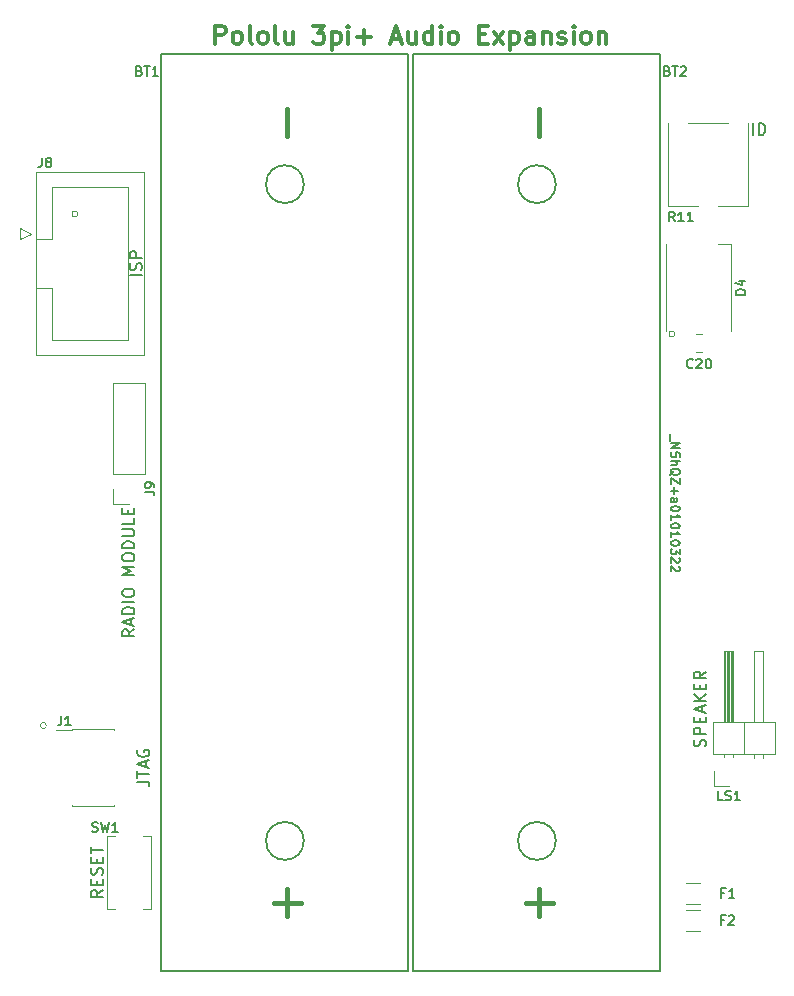
<source format=gto>
G04 #@! TF.GenerationSoftware,KiCad,Pcbnew,5.1.12-84ad8e8a86~92~ubuntu18.04.1*
G04 #@! TF.CreationDate,2022-01-20T14:35:06+01:00*
G04 #@! TF.ProjectId,pololu-3pi+-audio-expansion,706f6c6f-6c75-42d3-9370-692b2d617564,rev?*
G04 #@! TF.SameCoordinates,Original*
G04 #@! TF.FileFunction,Legend,Top*
G04 #@! TF.FilePolarity,Positive*
%FSLAX46Y46*%
G04 Gerber Fmt 4.6, Leading zero omitted, Abs format (unit mm)*
G04 Created by KiCad (PCBNEW 5.1.12-84ad8e8a86~92~ubuntu18.04.1) date 2022-01-20 14:35:06*
%MOMM*%
%LPD*%
G01*
G04 APERTURE LIST*
%ADD10C,0.152400*%
%ADD11C,0.304800*%
%ADD12C,0.120000*%
%ADD13C,0.150000*%
%ADD14C,0.400000*%
G04 APERTURE END LIST*
D10*
X54954714Y-38571714D02*
X54954714Y-39152285D01*
X55027285Y-39333714D02*
X55789285Y-39333714D01*
X55027285Y-39769142D01*
X55789285Y-39769142D01*
X55789285Y-40494857D02*
X55789285Y-40132000D01*
X55426428Y-40095714D01*
X55462714Y-40132000D01*
X55499000Y-40204571D01*
X55499000Y-40386000D01*
X55462714Y-40458571D01*
X55426428Y-40494857D01*
X55353857Y-40531142D01*
X55172428Y-40531142D01*
X55099857Y-40494857D01*
X55063571Y-40458571D01*
X55027285Y-40386000D01*
X55027285Y-40204571D01*
X55063571Y-40132000D01*
X55099857Y-40095714D01*
X55027285Y-40857714D02*
X55789285Y-40857714D01*
X55027285Y-41184285D02*
X55426428Y-41184285D01*
X55499000Y-41148000D01*
X55535285Y-41075428D01*
X55535285Y-40966571D01*
X55499000Y-40894000D01*
X55462714Y-40857714D01*
X54954714Y-42055142D02*
X54991000Y-41982571D01*
X55063571Y-41910000D01*
X55172428Y-41801142D01*
X55208714Y-41728571D01*
X55208714Y-41656000D01*
X55027285Y-41692285D02*
X55063571Y-41619714D01*
X55136142Y-41547142D01*
X55281285Y-41510857D01*
X55535285Y-41510857D01*
X55680428Y-41547142D01*
X55753000Y-41619714D01*
X55789285Y-41692285D01*
X55789285Y-41837428D01*
X55753000Y-41910000D01*
X55680428Y-41982571D01*
X55535285Y-42018857D01*
X55281285Y-42018857D01*
X55136142Y-41982571D01*
X55063571Y-41910000D01*
X55027285Y-41837428D01*
X55027285Y-41692285D01*
X55789285Y-42272857D02*
X55789285Y-42780857D01*
X55027285Y-42272857D01*
X55027285Y-42780857D01*
X55317571Y-43071142D02*
X55317571Y-43651714D01*
X55027285Y-43361428D02*
X55607857Y-43361428D01*
X55027285Y-44341142D02*
X55426428Y-44341142D01*
X55499000Y-44304857D01*
X55535285Y-44232285D01*
X55535285Y-44087142D01*
X55499000Y-44014571D01*
X55063571Y-44341142D02*
X55027285Y-44268571D01*
X55027285Y-44087142D01*
X55063571Y-44014571D01*
X55136142Y-43978285D01*
X55208714Y-43978285D01*
X55281285Y-44014571D01*
X55317571Y-44087142D01*
X55317571Y-44268571D01*
X55353857Y-44341142D01*
X55789285Y-44849142D02*
X55789285Y-44921714D01*
X55753000Y-44994285D01*
X55716714Y-45030571D01*
X55644142Y-45066857D01*
X55499000Y-45103142D01*
X55317571Y-45103142D01*
X55172428Y-45066857D01*
X55099857Y-45030571D01*
X55063571Y-44994285D01*
X55027285Y-44921714D01*
X55027285Y-44849142D01*
X55063571Y-44776571D01*
X55099857Y-44740285D01*
X55172428Y-44704000D01*
X55317571Y-44667714D01*
X55499000Y-44667714D01*
X55644142Y-44704000D01*
X55716714Y-44740285D01*
X55753000Y-44776571D01*
X55789285Y-44849142D01*
X55027285Y-45828857D02*
X55027285Y-45393428D01*
X55027285Y-45611142D02*
X55789285Y-45611142D01*
X55680428Y-45538571D01*
X55607857Y-45466000D01*
X55571571Y-45393428D01*
X55789285Y-46300571D02*
X55789285Y-46373142D01*
X55753000Y-46445714D01*
X55716714Y-46482000D01*
X55644142Y-46518285D01*
X55499000Y-46554571D01*
X55317571Y-46554571D01*
X55172428Y-46518285D01*
X55099857Y-46482000D01*
X55063571Y-46445714D01*
X55027285Y-46373142D01*
X55027285Y-46300571D01*
X55063571Y-46228000D01*
X55099857Y-46191714D01*
X55172428Y-46155428D01*
X55317571Y-46119142D01*
X55499000Y-46119142D01*
X55644142Y-46155428D01*
X55716714Y-46191714D01*
X55753000Y-46228000D01*
X55789285Y-46300571D01*
X55027285Y-47280285D02*
X55027285Y-46844857D01*
X55027285Y-47062571D02*
X55789285Y-47062571D01*
X55680428Y-46990000D01*
X55607857Y-46917428D01*
X55571571Y-46844857D01*
X55789285Y-47752000D02*
X55789285Y-47824571D01*
X55753000Y-47897142D01*
X55716714Y-47933428D01*
X55644142Y-47969714D01*
X55499000Y-48006000D01*
X55317571Y-48006000D01*
X55172428Y-47969714D01*
X55099857Y-47933428D01*
X55063571Y-47897142D01*
X55027285Y-47824571D01*
X55027285Y-47752000D01*
X55063571Y-47679428D01*
X55099857Y-47643142D01*
X55172428Y-47606857D01*
X55317571Y-47570571D01*
X55499000Y-47570571D01*
X55644142Y-47606857D01*
X55716714Y-47643142D01*
X55753000Y-47679428D01*
X55789285Y-47752000D01*
X55789285Y-48260000D02*
X55789285Y-48731714D01*
X55499000Y-48477714D01*
X55499000Y-48586571D01*
X55462714Y-48659142D01*
X55426428Y-48695428D01*
X55353857Y-48731714D01*
X55172428Y-48731714D01*
X55099857Y-48695428D01*
X55063571Y-48659142D01*
X55027285Y-48586571D01*
X55027285Y-48368857D01*
X55063571Y-48296285D01*
X55099857Y-48260000D01*
X55716714Y-49021999D02*
X55753000Y-49058285D01*
X55789285Y-49130857D01*
X55789285Y-49312285D01*
X55753000Y-49384857D01*
X55716714Y-49421142D01*
X55644142Y-49457428D01*
X55571571Y-49457428D01*
X55462714Y-49421142D01*
X55027285Y-48985714D01*
X55027285Y-49457428D01*
X55716714Y-49747714D02*
X55753000Y-49783999D01*
X55789285Y-49856571D01*
X55789285Y-50037999D01*
X55753000Y-50110571D01*
X55716714Y-50146857D01*
X55644142Y-50183142D01*
X55571571Y-50183142D01*
X55462714Y-50146857D01*
X55027285Y-49711428D01*
X55027285Y-50183142D01*
D11*
X16473714Y-5515428D02*
X16473714Y-3991428D01*
X17054285Y-3991428D01*
X17199428Y-4064000D01*
X17272000Y-4136571D01*
X17344571Y-4281714D01*
X17344571Y-4499428D01*
X17272000Y-4644571D01*
X17199428Y-4717142D01*
X17054285Y-4789714D01*
X16473714Y-4789714D01*
X18215428Y-5515428D02*
X18070285Y-5442857D01*
X17997714Y-5370285D01*
X17925142Y-5225142D01*
X17925142Y-4789714D01*
X17997714Y-4644571D01*
X18070285Y-4572000D01*
X18215428Y-4499428D01*
X18433142Y-4499428D01*
X18578285Y-4572000D01*
X18650857Y-4644571D01*
X18723428Y-4789714D01*
X18723428Y-5225142D01*
X18650857Y-5370285D01*
X18578285Y-5442857D01*
X18433142Y-5515428D01*
X18215428Y-5515428D01*
X19594285Y-5515428D02*
X19449142Y-5442857D01*
X19376571Y-5297714D01*
X19376571Y-3991428D01*
X20392571Y-5515428D02*
X20247428Y-5442857D01*
X20174857Y-5370285D01*
X20102285Y-5225142D01*
X20102285Y-4789714D01*
X20174857Y-4644571D01*
X20247428Y-4572000D01*
X20392571Y-4499428D01*
X20610285Y-4499428D01*
X20755428Y-4572000D01*
X20828000Y-4644571D01*
X20900571Y-4789714D01*
X20900571Y-5225142D01*
X20828000Y-5370285D01*
X20755428Y-5442857D01*
X20610285Y-5515428D01*
X20392571Y-5515428D01*
X21771428Y-5515428D02*
X21626285Y-5442857D01*
X21553714Y-5297714D01*
X21553714Y-3991428D01*
X23005142Y-4499428D02*
X23005142Y-5515428D01*
X22352000Y-4499428D02*
X22352000Y-5297714D01*
X22424571Y-5442857D01*
X22569714Y-5515428D01*
X22787428Y-5515428D01*
X22932571Y-5442857D01*
X23005142Y-5370285D01*
X24746857Y-3991428D02*
X25690285Y-3991428D01*
X25182285Y-4572000D01*
X25400000Y-4572000D01*
X25545142Y-4644571D01*
X25617714Y-4717142D01*
X25690285Y-4862285D01*
X25690285Y-5225142D01*
X25617714Y-5370285D01*
X25545142Y-5442857D01*
X25400000Y-5515428D01*
X24964571Y-5515428D01*
X24819428Y-5442857D01*
X24746857Y-5370285D01*
X26343428Y-4499428D02*
X26343428Y-6023428D01*
X26343428Y-4572000D02*
X26488571Y-4499428D01*
X26778857Y-4499428D01*
X26924000Y-4572000D01*
X26996571Y-4644571D01*
X27069142Y-4789714D01*
X27069142Y-5225142D01*
X26996571Y-5370285D01*
X26924000Y-5442857D01*
X26778857Y-5515428D01*
X26488571Y-5515428D01*
X26343428Y-5442857D01*
X27722285Y-5515428D02*
X27722285Y-4499428D01*
X27722285Y-3991428D02*
X27649714Y-4064000D01*
X27722285Y-4136571D01*
X27794857Y-4064000D01*
X27722285Y-3991428D01*
X27722285Y-4136571D01*
X28448000Y-4934857D02*
X29609142Y-4934857D01*
X29028571Y-5515428D02*
X29028571Y-4354285D01*
X31423428Y-5080000D02*
X32149142Y-5080000D01*
X31278285Y-5515428D02*
X31786285Y-3991428D01*
X32294285Y-5515428D01*
X33455428Y-4499428D02*
X33455428Y-5515428D01*
X32802285Y-4499428D02*
X32802285Y-5297714D01*
X32874857Y-5442857D01*
X33020000Y-5515428D01*
X33237714Y-5515428D01*
X33382857Y-5442857D01*
X33455428Y-5370285D01*
X34834285Y-5515428D02*
X34834285Y-3991428D01*
X34834285Y-5442857D02*
X34689142Y-5515428D01*
X34398857Y-5515428D01*
X34253714Y-5442857D01*
X34181142Y-5370285D01*
X34108571Y-5225142D01*
X34108571Y-4789714D01*
X34181142Y-4644571D01*
X34253714Y-4572000D01*
X34398857Y-4499428D01*
X34689142Y-4499428D01*
X34834285Y-4572000D01*
X35560000Y-5515428D02*
X35560000Y-4499428D01*
X35560000Y-3991428D02*
X35487428Y-4064000D01*
X35560000Y-4136571D01*
X35632571Y-4064000D01*
X35560000Y-3991428D01*
X35560000Y-4136571D01*
X36503428Y-5515428D02*
X36358285Y-5442857D01*
X36285714Y-5370285D01*
X36213142Y-5225142D01*
X36213142Y-4789714D01*
X36285714Y-4644571D01*
X36358285Y-4572000D01*
X36503428Y-4499428D01*
X36721142Y-4499428D01*
X36866285Y-4572000D01*
X36938857Y-4644571D01*
X37011428Y-4789714D01*
X37011428Y-5225142D01*
X36938857Y-5370285D01*
X36866285Y-5442857D01*
X36721142Y-5515428D01*
X36503428Y-5515428D01*
X38825714Y-4717142D02*
X39333714Y-4717142D01*
X39551428Y-5515428D02*
X38825714Y-5515428D01*
X38825714Y-3991428D01*
X39551428Y-3991428D01*
X40059428Y-5515428D02*
X40857714Y-4499428D01*
X40059428Y-4499428D02*
X40857714Y-5515428D01*
X41438285Y-4499428D02*
X41438285Y-6023428D01*
X41438285Y-4572000D02*
X41583428Y-4499428D01*
X41873714Y-4499428D01*
X42018857Y-4572000D01*
X42091428Y-4644571D01*
X42164000Y-4789714D01*
X42164000Y-5225142D01*
X42091428Y-5370285D01*
X42018857Y-5442857D01*
X41873714Y-5515428D01*
X41583428Y-5515428D01*
X41438285Y-5442857D01*
X43470285Y-5515428D02*
X43470285Y-4717142D01*
X43397714Y-4572000D01*
X43252571Y-4499428D01*
X42962285Y-4499428D01*
X42817142Y-4572000D01*
X43470285Y-5442857D02*
X43325142Y-5515428D01*
X42962285Y-5515428D01*
X42817142Y-5442857D01*
X42744571Y-5297714D01*
X42744571Y-5152571D01*
X42817142Y-5007428D01*
X42962285Y-4934857D01*
X43325142Y-4934857D01*
X43470285Y-4862285D01*
X44196000Y-4499428D02*
X44196000Y-5515428D01*
X44196000Y-4644571D02*
X44268571Y-4572000D01*
X44413714Y-4499428D01*
X44631428Y-4499428D01*
X44776571Y-4572000D01*
X44849142Y-4717142D01*
X44849142Y-5515428D01*
X45502285Y-5442857D02*
X45647428Y-5515428D01*
X45937714Y-5515428D01*
X46082857Y-5442857D01*
X46155428Y-5297714D01*
X46155428Y-5225142D01*
X46082857Y-5080000D01*
X45937714Y-5007428D01*
X45720000Y-5007428D01*
X45574857Y-4934857D01*
X45502285Y-4789714D01*
X45502285Y-4717142D01*
X45574857Y-4572000D01*
X45720000Y-4499428D01*
X45937714Y-4499428D01*
X46082857Y-4572000D01*
X46808571Y-5515428D02*
X46808571Y-4499428D01*
X46808571Y-3991428D02*
X46736000Y-4064000D01*
X46808571Y-4136571D01*
X46881142Y-4064000D01*
X46808571Y-3991428D01*
X46808571Y-4136571D01*
X47752000Y-5515428D02*
X47606857Y-5442857D01*
X47534285Y-5370285D01*
X47461714Y-5225142D01*
X47461714Y-4789714D01*
X47534285Y-4644571D01*
X47606857Y-4572000D01*
X47752000Y-4499428D01*
X47969714Y-4499428D01*
X48114857Y-4572000D01*
X48187428Y-4644571D01*
X48260000Y-4789714D01*
X48260000Y-5225142D01*
X48187428Y-5370285D01*
X48114857Y-5442857D01*
X47969714Y-5515428D01*
X47752000Y-5515428D01*
X48913142Y-4499428D02*
X48913142Y-5515428D01*
X48913142Y-4644571D02*
X48985714Y-4572000D01*
X49130857Y-4499428D01*
X49348571Y-4499428D01*
X49493714Y-4572000D01*
X49566285Y-4717142D01*
X49566285Y-5515428D01*
D10*
X61976000Y-12240380D02*
X61976000Y-13256380D01*
X62459809Y-12240380D02*
X62459809Y-13256380D01*
X62701714Y-13256380D01*
X62846857Y-13208000D01*
X62943619Y-13111238D01*
X62992000Y-13014476D01*
X63040380Y-12820952D01*
X63040380Y-12675809D01*
X62992000Y-12482285D01*
X62943619Y-12385523D01*
X62846857Y-12288761D01*
X62701714Y-12240380D01*
X62459809Y-12240380D01*
X9603619Y-55105904D02*
X9119809Y-55444571D01*
X9603619Y-55686476D02*
X8587619Y-55686476D01*
X8587619Y-55299428D01*
X8636000Y-55202666D01*
X8684380Y-55154285D01*
X8781142Y-55105904D01*
X8926285Y-55105904D01*
X9023047Y-55154285D01*
X9071428Y-55202666D01*
X9119809Y-55299428D01*
X9119809Y-55686476D01*
X9313333Y-54718857D02*
X9313333Y-54235047D01*
X9603619Y-54815619D02*
X8587619Y-54476952D01*
X9603619Y-54138285D01*
X9603619Y-53799619D02*
X8587619Y-53799619D01*
X8587619Y-53557714D01*
X8636000Y-53412571D01*
X8732761Y-53315809D01*
X8829523Y-53267428D01*
X9023047Y-53219047D01*
X9168190Y-53219047D01*
X9361714Y-53267428D01*
X9458476Y-53315809D01*
X9555238Y-53412571D01*
X9603619Y-53557714D01*
X9603619Y-53799619D01*
X9603619Y-52783619D02*
X8587619Y-52783619D01*
X8587619Y-52106285D02*
X8587619Y-51912761D01*
X8636000Y-51816000D01*
X8732761Y-51719238D01*
X8926285Y-51670857D01*
X9264952Y-51670857D01*
X9458476Y-51719238D01*
X9555238Y-51816000D01*
X9603619Y-51912761D01*
X9603619Y-52106285D01*
X9555238Y-52203047D01*
X9458476Y-52299809D01*
X9264952Y-52348190D01*
X8926285Y-52348190D01*
X8732761Y-52299809D01*
X8636000Y-52203047D01*
X8587619Y-52106285D01*
X9603619Y-50461333D02*
X8587619Y-50461333D01*
X9313333Y-50122666D01*
X8587619Y-49784000D01*
X9603619Y-49784000D01*
X8587619Y-49106666D02*
X8587619Y-48913142D01*
X8636000Y-48816380D01*
X8732761Y-48719619D01*
X8926285Y-48671238D01*
X9264952Y-48671238D01*
X9458476Y-48719619D01*
X9555238Y-48816380D01*
X9603619Y-48913142D01*
X9603619Y-49106666D01*
X9555238Y-49203428D01*
X9458476Y-49300190D01*
X9264952Y-49348571D01*
X8926285Y-49348571D01*
X8732761Y-49300190D01*
X8636000Y-49203428D01*
X8587619Y-49106666D01*
X9603619Y-48235809D02*
X8587619Y-48235809D01*
X8587619Y-47993904D01*
X8636000Y-47848761D01*
X8732761Y-47752000D01*
X8829523Y-47703619D01*
X9023047Y-47655238D01*
X9168190Y-47655238D01*
X9361714Y-47703619D01*
X9458476Y-47752000D01*
X9555238Y-47848761D01*
X9603619Y-47993904D01*
X9603619Y-48235809D01*
X8587619Y-47219809D02*
X9410095Y-47219809D01*
X9506857Y-47171428D01*
X9555238Y-47123047D01*
X9603619Y-47026285D01*
X9603619Y-46832761D01*
X9555238Y-46736000D01*
X9506857Y-46687619D01*
X9410095Y-46639238D01*
X8587619Y-46639238D01*
X9603619Y-45671619D02*
X9603619Y-46155428D01*
X8587619Y-46155428D01*
X9071428Y-45332952D02*
X9071428Y-44994285D01*
X9603619Y-44849142D02*
X9603619Y-45332952D01*
X8587619Y-45332952D01*
X8587619Y-44849142D01*
X10238619Y-25121809D02*
X9222619Y-25121809D01*
X10190238Y-24686380D02*
X10238619Y-24541238D01*
X10238619Y-24299333D01*
X10190238Y-24202571D01*
X10141857Y-24154190D01*
X10045095Y-24105809D01*
X9948333Y-24105809D01*
X9851571Y-24154190D01*
X9803190Y-24202571D01*
X9754809Y-24299333D01*
X9706428Y-24492857D01*
X9658047Y-24589619D01*
X9609666Y-24638000D01*
X9512904Y-24686380D01*
X9416142Y-24686380D01*
X9319380Y-24638000D01*
X9271000Y-24589619D01*
X9222619Y-24492857D01*
X9222619Y-24250952D01*
X9271000Y-24105809D01*
X10238619Y-23670380D02*
X9222619Y-23670380D01*
X9222619Y-23283333D01*
X9271000Y-23186571D01*
X9319380Y-23138190D01*
X9416142Y-23089809D01*
X9561285Y-23089809D01*
X9658047Y-23138190D01*
X9706428Y-23186571D01*
X9754809Y-23283333D01*
X9754809Y-23670380D01*
D12*
X55372000Y-30099000D02*
G75*
G03*
X55372000Y-30099000I-254000J0D01*
G01*
D10*
X57942238Y-65017952D02*
X57990619Y-64872809D01*
X57990619Y-64630904D01*
X57942238Y-64534142D01*
X57893857Y-64485761D01*
X57797095Y-64437380D01*
X57700333Y-64437380D01*
X57603571Y-64485761D01*
X57555190Y-64534142D01*
X57506809Y-64630904D01*
X57458428Y-64824428D01*
X57410047Y-64921190D01*
X57361666Y-64969571D01*
X57264904Y-65017952D01*
X57168142Y-65017952D01*
X57071380Y-64969571D01*
X57023000Y-64921190D01*
X56974619Y-64824428D01*
X56974619Y-64582523D01*
X57023000Y-64437380D01*
X57990619Y-64001952D02*
X56974619Y-64001952D01*
X56974619Y-63614904D01*
X57023000Y-63518142D01*
X57071380Y-63469761D01*
X57168142Y-63421380D01*
X57313285Y-63421380D01*
X57410047Y-63469761D01*
X57458428Y-63518142D01*
X57506809Y-63614904D01*
X57506809Y-64001952D01*
X57458428Y-62985952D02*
X57458428Y-62647285D01*
X57990619Y-62502142D02*
X57990619Y-62985952D01*
X56974619Y-62985952D01*
X56974619Y-62502142D01*
X57700333Y-62115095D02*
X57700333Y-61631285D01*
X57990619Y-62211857D02*
X56974619Y-61873190D01*
X57990619Y-61534523D01*
X57990619Y-61195857D02*
X56974619Y-61195857D01*
X57990619Y-60615285D02*
X57410047Y-61050714D01*
X56974619Y-60615285D02*
X57555190Y-61195857D01*
X57458428Y-60179857D02*
X57458428Y-59841190D01*
X57990619Y-59696047D02*
X57990619Y-60179857D01*
X56974619Y-60179857D01*
X56974619Y-59696047D01*
X57990619Y-58680047D02*
X57506809Y-59018714D01*
X57990619Y-59260619D02*
X56974619Y-59260619D01*
X56974619Y-58873571D01*
X57023000Y-58776809D01*
X57071380Y-58728428D01*
X57168142Y-58680047D01*
X57313285Y-58680047D01*
X57410047Y-58728428D01*
X57458428Y-58776809D01*
X57506809Y-58873571D01*
X57506809Y-59260619D01*
D12*
X4826000Y-19939000D02*
G75*
G03*
X4826000Y-19939000I-254000J0D01*
G01*
X2159000Y-63246000D02*
G75*
G03*
X2159000Y-63246000I-254000J0D01*
G01*
D10*
X9857619Y-67987333D02*
X10583333Y-67987333D01*
X10728476Y-68035714D01*
X10825238Y-68132476D01*
X10873619Y-68277619D01*
X10873619Y-68374380D01*
X9857619Y-67648666D02*
X9857619Y-67068095D01*
X10873619Y-67358380D02*
X9857619Y-67358380D01*
X10583333Y-66777809D02*
X10583333Y-66294000D01*
X10873619Y-66874571D02*
X9857619Y-66535904D01*
X10873619Y-66197238D01*
X9906000Y-65326380D02*
X9857619Y-65423142D01*
X9857619Y-65568285D01*
X9906000Y-65713428D01*
X10002761Y-65810190D01*
X10099523Y-65858571D01*
X10293047Y-65906952D01*
X10438190Y-65906952D01*
X10631714Y-65858571D01*
X10728476Y-65810190D01*
X10825238Y-65713428D01*
X10873619Y-65568285D01*
X10873619Y-65471523D01*
X10825238Y-65326380D01*
X10776857Y-65278000D01*
X10438190Y-65278000D01*
X10438190Y-65471523D01*
X6936619Y-77167619D02*
X6452809Y-77506285D01*
X6936619Y-77748190D02*
X5920619Y-77748190D01*
X5920619Y-77361142D01*
X5969000Y-77264380D01*
X6017380Y-77216000D01*
X6114142Y-77167619D01*
X6259285Y-77167619D01*
X6356047Y-77216000D01*
X6404428Y-77264380D01*
X6452809Y-77361142D01*
X6452809Y-77748190D01*
X6404428Y-76732190D02*
X6404428Y-76393523D01*
X6936619Y-76248380D02*
X6936619Y-76732190D01*
X5920619Y-76732190D01*
X5920619Y-76248380D01*
X6888238Y-75861333D02*
X6936619Y-75716190D01*
X6936619Y-75474285D01*
X6888238Y-75377523D01*
X6839857Y-75329142D01*
X6743095Y-75280761D01*
X6646333Y-75280761D01*
X6549571Y-75329142D01*
X6501190Y-75377523D01*
X6452809Y-75474285D01*
X6404428Y-75667809D01*
X6356047Y-75764571D01*
X6307666Y-75812952D01*
X6210904Y-75861333D01*
X6114142Y-75861333D01*
X6017380Y-75812952D01*
X5969000Y-75764571D01*
X5920619Y-75667809D01*
X5920619Y-75425904D01*
X5969000Y-75280761D01*
X6404428Y-74845333D02*
X6404428Y-74506666D01*
X6936619Y-74361523D02*
X6936619Y-74845333D01*
X5920619Y-74845333D01*
X5920619Y-74361523D01*
X5920619Y-74071238D02*
X5920619Y-73490666D01*
X6936619Y-73780952D02*
X5920619Y-73780952D01*
D12*
X61521000Y-12228000D02*
X61521000Y-19268000D01*
X54811000Y-12228000D02*
X54811000Y-19268000D01*
X59001000Y-19268000D02*
X61521000Y-19268000D01*
X54811000Y-19268000D02*
X57331000Y-19268000D01*
X56461000Y-12228000D02*
X59871000Y-12228000D01*
X9144000Y-44510000D02*
X7814000Y-44510000D01*
X7814000Y-44510000D02*
X7814000Y-43180000D01*
X7814000Y-41910000D02*
X7814000Y-34230000D01*
X10474000Y-34230000D02*
X7814000Y-34230000D01*
X10474000Y-41910000D02*
X10474000Y-34230000D01*
X10474000Y-41910000D02*
X7814000Y-41910000D01*
X7294000Y-72592000D02*
X7944000Y-72592000D01*
X10994000Y-72592000D02*
X10344000Y-72592000D01*
X10344000Y-78792000D02*
X10994000Y-78792000D01*
X7294000Y-78792000D02*
X7944000Y-78792000D01*
X7294000Y-72592000D02*
X7294000Y-78792000D01*
X10994000Y-78792000D02*
X10994000Y-72592000D01*
D13*
X23952000Y-73017000D02*
G75*
G03*
X23952000Y-73017000I-1600000J0D01*
G01*
X32802000Y-6362000D02*
X32802000Y-84062000D01*
X11902000Y-84062000D02*
X32802000Y-84062000D01*
X11902000Y-6362000D02*
X11902000Y-84062000D01*
X11902000Y-6362000D02*
X32802000Y-6362000D01*
X23952000Y-17407000D02*
G75*
G03*
X23952000Y-17407000I-1600000J0D01*
G01*
X45288000Y-17407000D02*
G75*
G03*
X45288000Y-17407000I-1600000J0D01*
G01*
X33238000Y-6362000D02*
X54138000Y-6362000D01*
X33238000Y-6362000D02*
X33238000Y-84062000D01*
X33238000Y-84062000D02*
X54138000Y-84062000D01*
X54138000Y-6362000D02*
X54138000Y-84062000D01*
X45288000Y-73017000D02*
G75*
G03*
X45288000Y-73017000I-1600000J0D01*
G01*
D12*
X57142748Y-31596000D02*
X57665252Y-31596000D01*
X57142748Y-30126000D02*
X57665252Y-30126000D01*
X60154000Y-22512000D02*
X59004000Y-22512000D01*
X60154000Y-29812000D02*
X60154000Y-22512000D01*
X54654000Y-29812000D02*
X54654000Y-22512000D01*
X56293936Y-76560000D02*
X57498064Y-76560000D01*
X56293936Y-78380000D02*
X57498064Y-78380000D01*
X56293936Y-80666000D02*
X57498064Y-80666000D01*
X56293936Y-78846000D02*
X57498064Y-78846000D01*
X7861000Y-69972000D02*
X7861000Y-70037000D01*
X4331000Y-69972000D02*
X4331000Y-70037000D01*
X7861000Y-63567000D02*
X7861000Y-63632000D01*
X4331000Y-63567000D02*
X4331000Y-63632000D01*
X3006000Y-63632000D02*
X4331000Y-63632000D01*
X4331000Y-70037000D02*
X7861000Y-70037000D01*
X4331000Y-63567000D02*
X7861000Y-63567000D01*
X-108000Y-22090000D02*
X892000Y-21590000D01*
X-108000Y-21090000D02*
X-108000Y-22090000D01*
X892000Y-21590000D02*
X-108000Y-21090000D01*
X2592000Y-26180000D02*
X1282000Y-26180000D01*
X2592000Y-26180000D02*
X2592000Y-26180000D01*
X2592000Y-30580000D02*
X2592000Y-26180000D01*
X9092000Y-30580000D02*
X2592000Y-30580000D01*
X9092000Y-17680000D02*
X9092000Y-30580000D01*
X2592000Y-17680000D02*
X9092000Y-17680000D01*
X2592000Y-22080000D02*
X2592000Y-17680000D01*
X1282000Y-22080000D02*
X2592000Y-22080000D01*
X1282000Y-31880000D02*
X1282000Y-16380000D01*
X10402000Y-31880000D02*
X1282000Y-31880000D01*
X10402000Y-16380000D02*
X10402000Y-31880000D01*
X1282000Y-16380000D02*
X10402000Y-16380000D01*
X58674000Y-68326000D02*
X58674000Y-67056000D01*
X59944000Y-68326000D02*
X58674000Y-68326000D01*
X62864000Y-66013071D02*
X62864000Y-65616000D01*
X62104000Y-66013071D02*
X62104000Y-65616000D01*
X62864000Y-56956000D02*
X62864000Y-62956000D01*
X62104000Y-56956000D02*
X62864000Y-56956000D01*
X62104000Y-62956000D02*
X62104000Y-56956000D01*
X61214000Y-65616000D02*
X61214000Y-62956000D01*
X60324000Y-65946000D02*
X60324000Y-65616000D01*
X59564000Y-65946000D02*
X59564000Y-65616000D01*
X60224000Y-62956000D02*
X60224000Y-56956000D01*
X60104000Y-62956000D02*
X60104000Y-56956000D01*
X59984000Y-62956000D02*
X59984000Y-56956000D01*
X59864000Y-62956000D02*
X59864000Y-56956000D01*
X59744000Y-62956000D02*
X59744000Y-56956000D01*
X59624000Y-62956000D02*
X59624000Y-56956000D01*
X60324000Y-56956000D02*
X60324000Y-62956000D01*
X59564000Y-56956000D02*
X60324000Y-56956000D01*
X59564000Y-62956000D02*
X59564000Y-56956000D01*
X58614000Y-62956000D02*
X58614000Y-65616000D01*
X63814000Y-62956000D02*
X58614000Y-62956000D01*
X63814000Y-65616000D02*
X63814000Y-62956000D01*
X58614000Y-65616000D02*
X63814000Y-65616000D01*
D10*
X55357485Y-20560695D02*
X55086552Y-20173647D01*
X54893028Y-20560695D02*
X54893028Y-19747895D01*
X55202666Y-19747895D01*
X55280076Y-19786600D01*
X55318780Y-19825304D01*
X55357485Y-19902714D01*
X55357485Y-20018828D01*
X55318780Y-20096238D01*
X55280076Y-20134942D01*
X55202666Y-20173647D01*
X54893028Y-20173647D01*
X56131580Y-20560695D02*
X55667123Y-20560695D01*
X55899352Y-20560695D02*
X55899352Y-19747895D01*
X55821942Y-19864009D01*
X55744533Y-19941419D01*
X55667123Y-19980123D01*
X56905676Y-20560695D02*
X56441219Y-20560695D01*
X56673447Y-20560695D02*
X56673447Y-19747895D01*
X56596038Y-19864009D01*
X56518628Y-19941419D01*
X56441219Y-19980123D01*
X10476895Y-43450933D02*
X11057466Y-43450933D01*
X11173580Y-43489638D01*
X11250990Y-43567047D01*
X11289695Y-43683161D01*
X11289695Y-43760571D01*
X11289695Y-43025180D02*
X11289695Y-42870361D01*
X11250990Y-42792952D01*
X11212285Y-42754247D01*
X11096171Y-42676838D01*
X10941352Y-42638133D01*
X10631714Y-42638133D01*
X10554304Y-42676838D01*
X10515600Y-42715542D01*
X10476895Y-42792952D01*
X10476895Y-42947771D01*
X10515600Y-43025180D01*
X10554304Y-43063885D01*
X10631714Y-43102590D01*
X10825238Y-43102590D01*
X10902647Y-43063885D01*
X10941352Y-43025180D01*
X10980057Y-42947771D01*
X10980057Y-42792952D01*
X10941352Y-42715542D01*
X10902647Y-42676838D01*
X10825238Y-42638133D01*
X6028266Y-72210990D02*
X6144380Y-72249695D01*
X6337904Y-72249695D01*
X6415314Y-72210990D01*
X6454019Y-72172285D01*
X6492723Y-72094876D01*
X6492723Y-72017466D01*
X6454019Y-71940057D01*
X6415314Y-71901352D01*
X6337904Y-71862647D01*
X6183085Y-71823942D01*
X6105676Y-71785238D01*
X6066971Y-71746533D01*
X6028266Y-71669123D01*
X6028266Y-71591714D01*
X6066971Y-71514304D01*
X6105676Y-71475600D01*
X6183085Y-71436895D01*
X6376609Y-71436895D01*
X6492723Y-71475600D01*
X6763657Y-71436895D02*
X6957180Y-72249695D01*
X7112000Y-71669123D01*
X7266819Y-72249695D01*
X7460342Y-71436895D01*
X8195733Y-72249695D02*
X7731276Y-72249695D01*
X7963504Y-72249695D02*
X7963504Y-71436895D01*
X7886095Y-71553009D01*
X7808685Y-71630419D01*
X7731276Y-71669123D01*
X10029371Y-7815942D02*
X10145485Y-7854647D01*
X10184190Y-7893352D01*
X10222895Y-7970761D01*
X10222895Y-8086876D01*
X10184190Y-8164285D01*
X10145485Y-8202990D01*
X10068076Y-8241695D01*
X9758438Y-8241695D01*
X9758438Y-7428895D01*
X10029371Y-7428895D01*
X10106780Y-7467600D01*
X10145485Y-7506304D01*
X10184190Y-7583714D01*
X10184190Y-7661123D01*
X10145485Y-7738533D01*
X10106780Y-7777238D01*
X10029371Y-7815942D01*
X9758438Y-7815942D01*
X10455123Y-7428895D02*
X10919580Y-7428895D01*
X10687352Y-8241695D02*
X10687352Y-7428895D01*
X11616266Y-8241695D02*
X11151809Y-8241695D01*
X11384038Y-8241695D02*
X11384038Y-7428895D01*
X11306628Y-7545009D01*
X11229219Y-7622419D01*
X11151809Y-7661123D01*
D14*
X22566285Y-13334857D02*
X22566285Y-11049142D01*
X22566285Y-79374857D02*
X22566285Y-77089142D01*
X23709142Y-78232000D02*
X21423428Y-78232000D01*
D10*
X54733371Y-7815942D02*
X54849485Y-7854647D01*
X54888190Y-7893352D01*
X54926895Y-7970761D01*
X54926895Y-8086876D01*
X54888190Y-8164285D01*
X54849485Y-8202990D01*
X54772076Y-8241695D01*
X54462438Y-8241695D01*
X54462438Y-7428895D01*
X54733371Y-7428895D01*
X54810780Y-7467600D01*
X54849485Y-7506304D01*
X54888190Y-7583714D01*
X54888190Y-7661123D01*
X54849485Y-7738533D01*
X54810780Y-7777238D01*
X54733371Y-7815942D01*
X54462438Y-7815942D01*
X55159123Y-7428895D02*
X55623580Y-7428895D01*
X55391352Y-8241695D02*
X55391352Y-7428895D01*
X55855809Y-7506304D02*
X55894514Y-7467600D01*
X55971923Y-7428895D01*
X56165447Y-7428895D01*
X56242857Y-7467600D01*
X56281561Y-7506304D01*
X56320266Y-7583714D01*
X56320266Y-7661123D01*
X56281561Y-7777238D01*
X55817104Y-8241695D01*
X56320266Y-8241695D01*
D14*
X43902285Y-79374857D02*
X43902285Y-77089142D01*
X45045142Y-78232000D02*
X42759428Y-78232000D01*
X43902285Y-13334857D02*
X43902285Y-11049142D01*
D10*
X56881485Y-32929285D02*
X56842780Y-32967990D01*
X56726666Y-33006695D01*
X56649257Y-33006695D01*
X56533142Y-32967990D01*
X56455733Y-32890580D01*
X56417028Y-32813171D01*
X56378323Y-32658352D01*
X56378323Y-32542238D01*
X56417028Y-32387419D01*
X56455733Y-32310009D01*
X56533142Y-32232600D01*
X56649257Y-32193895D01*
X56726666Y-32193895D01*
X56842780Y-32232600D01*
X56881485Y-32271304D01*
X57191123Y-32271304D02*
X57229828Y-32232600D01*
X57307238Y-32193895D01*
X57500761Y-32193895D01*
X57578171Y-32232600D01*
X57616876Y-32271304D01*
X57655580Y-32348714D01*
X57655580Y-32426123D01*
X57616876Y-32542238D01*
X57152419Y-33006695D01*
X57655580Y-33006695D01*
X58158742Y-32193895D02*
X58236152Y-32193895D01*
X58313561Y-32232600D01*
X58352266Y-32271304D01*
X58390971Y-32348714D01*
X58429676Y-32503533D01*
X58429676Y-32697057D01*
X58390971Y-32851876D01*
X58352266Y-32929285D01*
X58313561Y-32967990D01*
X58236152Y-33006695D01*
X58158742Y-33006695D01*
X58081333Y-32967990D01*
X58042628Y-32929285D01*
X58003923Y-32851876D01*
X57965219Y-32697057D01*
X57965219Y-32503533D01*
X58003923Y-32348714D01*
X58042628Y-32271304D01*
X58081333Y-32232600D01*
X58158742Y-32193895D01*
X61327695Y-26761923D02*
X60514895Y-26761923D01*
X60514895Y-26568400D01*
X60553600Y-26452285D01*
X60631009Y-26374876D01*
X60708419Y-26336171D01*
X60863238Y-26297466D01*
X60979352Y-26297466D01*
X61134171Y-26336171D01*
X61211580Y-26374876D01*
X61288990Y-26452285D01*
X61327695Y-26568400D01*
X61327695Y-26761923D01*
X60785828Y-25600780D02*
X61327695Y-25600780D01*
X60476190Y-25794304D02*
X61056761Y-25987828D01*
X61056761Y-25484666D01*
X59546066Y-77411942D02*
X59275133Y-77411942D01*
X59275133Y-77837695D02*
X59275133Y-77024895D01*
X59662180Y-77024895D01*
X60397571Y-77837695D02*
X59933114Y-77837695D01*
X60165342Y-77837695D02*
X60165342Y-77024895D01*
X60087933Y-77141009D01*
X60010523Y-77218419D01*
X59933114Y-77257123D01*
X59546066Y-79697942D02*
X59275133Y-79697942D01*
X59275133Y-80123695D02*
X59275133Y-79310895D01*
X59662180Y-79310895D01*
X59933114Y-79388304D02*
X59971819Y-79349600D01*
X60049228Y-79310895D01*
X60242752Y-79310895D01*
X60320161Y-79349600D01*
X60358866Y-79388304D01*
X60397571Y-79465714D01*
X60397571Y-79543123D01*
X60358866Y-79659238D01*
X59894409Y-80123695D01*
X60397571Y-80123695D01*
X3412066Y-62419895D02*
X3412066Y-63000466D01*
X3373361Y-63116580D01*
X3295952Y-63193990D01*
X3179838Y-63232695D01*
X3102428Y-63232695D01*
X4224866Y-63232695D02*
X3760409Y-63232695D01*
X3992638Y-63232695D02*
X3992638Y-62419895D01*
X3915228Y-62536009D01*
X3837819Y-62613419D01*
X3760409Y-62652123D01*
X1761066Y-15175895D02*
X1761066Y-15756466D01*
X1722361Y-15872580D01*
X1644952Y-15949990D01*
X1528838Y-15988695D01*
X1451428Y-15988695D01*
X2264228Y-15524238D02*
X2186819Y-15485533D01*
X2148114Y-15446828D01*
X2109409Y-15369419D01*
X2109409Y-15330714D01*
X2148114Y-15253304D01*
X2186819Y-15214600D01*
X2264228Y-15175895D01*
X2419047Y-15175895D01*
X2496457Y-15214600D01*
X2535161Y-15253304D01*
X2573866Y-15330714D01*
X2573866Y-15369419D01*
X2535161Y-15446828D01*
X2496457Y-15485533D01*
X2419047Y-15524238D01*
X2264228Y-15524238D01*
X2186819Y-15562942D01*
X2148114Y-15601647D01*
X2109409Y-15679057D01*
X2109409Y-15833876D01*
X2148114Y-15911285D01*
X2186819Y-15949990D01*
X2264228Y-15988695D01*
X2419047Y-15988695D01*
X2496457Y-15949990D01*
X2535161Y-15911285D01*
X2573866Y-15833876D01*
X2573866Y-15679057D01*
X2535161Y-15601647D01*
X2496457Y-15562942D01*
X2419047Y-15524238D01*
X59421485Y-69582695D02*
X59034438Y-69582695D01*
X59034438Y-68769895D01*
X59653714Y-69543990D02*
X59769828Y-69582695D01*
X59963352Y-69582695D01*
X60040761Y-69543990D01*
X60079466Y-69505285D01*
X60118171Y-69427876D01*
X60118171Y-69350466D01*
X60079466Y-69273057D01*
X60040761Y-69234352D01*
X59963352Y-69195647D01*
X59808533Y-69156942D01*
X59731123Y-69118238D01*
X59692419Y-69079533D01*
X59653714Y-69002123D01*
X59653714Y-68924714D01*
X59692419Y-68847304D01*
X59731123Y-68808600D01*
X59808533Y-68769895D01*
X60002057Y-68769895D01*
X60118171Y-68808600D01*
X60892266Y-69582695D02*
X60427809Y-69582695D01*
X60660038Y-69582695D02*
X60660038Y-68769895D01*
X60582628Y-68886009D01*
X60505219Y-68963419D01*
X60427809Y-69002123D01*
M02*

</source>
